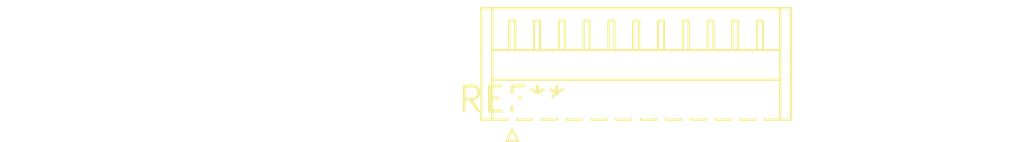
<source format=kicad_pcb>
(kicad_pcb (version 20240108) (generator pcbnew)
  (layers (0 "F.Cu" signal) (31 "B.Cu" signal) (34 "B.Paste" user) (35 "F.Paste" user) (36 "B.SilkS" user "B.Silkscreen") (37 "F.SilkS" user "F.Silkscreen") (38 "B.Mask" user) (39 "F.Mask" user) (44 "Edge.Cuts" user))
  (net 0 "")
  (footprint "Hirose_DF13-11P-1.25DS_1x11_P1.25mm_Horizontal" (layer "F.Cu") (at 0 0)
    (property "Reference" "REF**")
    (property "Value" "Hirose_DF13-11P-1.25DS_1x11_P1.25mm_Horizontal")
    (fp_line (start -1.56 -4.61) (end 14.06 -4.61) (layer "F.SilkS") (stroke (width 0.12)))
    (fp_line (start -1.56 1.01) (end -1.56 -4.61) (layer "F.SilkS") (stroke (width 0.12)))
    (fp_line (start -1.01 -4.61) (end -1.01 1.01) (layer "F.SilkS") (stroke (width 0.12)))
    (fp_line (start -1.01 -2.5) (end 13.51 -2.5) (layer "F.SilkS") (stroke (width 0.12)))
    (fp_line (start -1.01 -1) (end 13.51 -1) (layer "F.SilkS") (stroke (width 0.12)))
    (fp_line (start -0.3 2.1) (end 0.3 2.1) (layer "F.SilkS") (stroke (width 0.12)))
    (fp_line (start -0.25 0.96) (end -0.25 1.01) (layer "F.SilkS") (stroke (width 0.12)))
    (fp_line (start -0.25 1.01) (end -1.56 1.01) (layer "F.SilkS") (stroke (width 0.12)))
    (fp_line (start -0.15 -3.9625) (end 0 -4) (layer "F.SilkS") (stroke (width 0.12)))
    (fp_line (start -0.15 -2.5) (end -0.15 -3.9625) (layer "F.SilkS") (stroke (width 0.12)))
    (fp_line (start 0 -4) (end 0.15 -3.9625) (layer "F.SilkS") (stroke (width 0.12)))
    (fp_line (start 0 1.5) (end -0.3 2.1) (layer "F.SilkS") (stroke (width 0.12)))
    (fp_line (start 0.15 -3.9625) (end 0.15 -2.5) (layer "F.SilkS") (stroke (width 0.12)))
    (fp_line (start 0.25 0.96) (end 0.25 1.01) (layer "F.SilkS") (stroke (width 0.12)))
    (fp_line (start 0.25 1.01) (end 1 1.01) (layer "F.SilkS") (stroke (width 0.12)))
    (fp_line (start 0.3 2.1) (end 0 1.5) (layer "F.SilkS") (stroke (width 0.12)))
    (fp_line (start 1 1.01) (end 1 0.96) (layer "F.SilkS") (stroke (width 0.12)))
    (fp_line (start 1.1 -3.9625) (end 1.25 -4) (layer "F.SilkS") (stroke (width 0.12)))
    (fp_line (start 1.1 -2.5) (end 1.1 -3.9625) (layer "F.SilkS") (stroke (width 0.12)))
    (fp_line (start 1.25 -4) (end 1.4 -3.9625) (layer "F.SilkS") (stroke (width 0.12)))
    (fp_line (start 1.4 -3.9625) (end 1.4 -2.5) (layer "F.SilkS") (stroke (width 0.12)))
    (fp_line (start 1.5 0.96) (end 1.5 1.01) (layer "F.SilkS") (stroke (width 0.12)))
    (fp_line (start 1.5 1.01) (end 2.25 1.01) (layer "F.SilkS") (stroke (width 0.12)))
    (fp_line (start 2.25 1.01) (end 2.25 0.96) (layer "F.SilkS") (stroke (width 0.12)))
    (fp_line (start 2.35 -3.9625) (end 2.5 -4) (layer "F.SilkS") (stroke (width 0.12)))
    (fp_line (start 2.35 -2.5) (end 2.35 -3.9625) (layer "F.SilkS") (stroke (width 0.12)))
    (fp_line (start 2.5 -4) (end 2.65 -3.9625) (layer "F.SilkS") (stroke (width 0.12)))
    (fp_line (start 2.65 -3.9625) (end 2.65 -2.5) (layer "F.SilkS") (stroke (width 0.12)))
    (fp_line (start 2.75 0.96) (end 2.75 1.01) (layer "F.SilkS") (stroke (width 0.12)))
    (fp_line (start 2.75 1.01) (end 3.5 1.01) (layer "F.SilkS") (stroke (width 0.12)))
    (fp_line (start 3.5 1.01) (end 3.5 0.96) (layer "F.SilkS") (stroke (width 0.12)))
    (fp_line (start 3.6 -3.9625) (end 3.75 -4) (layer "F.SilkS") (stroke (width 0.12)))
    (fp_line (start 3.6 -2.5) (end 3.6 -3.9625) (layer "F.SilkS") (stroke (width 0.12)))
    (fp_line (start 3.75 -4) (end 3.9 -3.9625) (layer "F.SilkS") (stroke (width 0.12)))
    (fp_line (start 3.9 -3.9625) (end 3.9 -2.5) (layer "F.SilkS") (stroke (width 0.12)))
    (fp_line (start 4 0.96) (end 4 1.01) (layer "F.SilkS") (stroke (width 0.12)))
    (fp_line (start 4 1.01) (end 4.75 1.01) (layer "F.SilkS") (stroke (width 0.12)))
    (fp_line (start 4.75 1.01) (end 4.75 0.96) (layer "F.SilkS") (stroke (width 0.12)))
    (fp_line (start 4.85 -3.9625) (end 5 -4) (layer "F.SilkS") (stroke (width 0.12)))
    (fp_line (start 4.85 -2.5) (end 4.85 -3.9625) (layer "F.SilkS") (stroke (width 0.12)))
    (fp_line (start 5 -4) (end 5.15 -3.9625) (layer "F.SilkS") (stroke (width 0.12)))
    (fp_line (start 5.15 -3.9625) (end 5.15 -2.5) (layer "F.SilkS") (stroke (width 0.12)))
    (fp_line (start 5.25 0.96) (end 5.25 1.01) (layer "F.SilkS") (stroke (width 0.12)))
    (fp_line (start 5.25 1.01) (end 6 1.01) (layer "F.SilkS") (stroke (width 0.12)))
    (fp_line (start 6 1.01) (end 6 0.96) (layer "F.SilkS") (stroke (width 0.12)))
    (fp_line (start 6.1 -3.9625) (end 6.25 -4) (layer "F.SilkS") (stroke (width 0.12)))
    (fp_line (start 6.1 -2.5) (end 6.1 -3.9625) (layer "F.SilkS") (stroke (width 0.12)))
    (fp_line (start 6.25 -4) (end 6.4 -3.9625) (layer "F.SilkS") (stroke (width 0.12)))
    (fp_line (start 6.4 -3.9625) (end 6.4 -2.5) (layer "F.SilkS") (stroke (width 0.12)))
    (fp_line (start 6.5 0.96) (end 6.5 1.01) (layer "F.SilkS") (stroke (width 0.12)))
    (fp_line (start 6.5 1.01) (end 7.25 1.01) (layer "F.SilkS") (stroke (width 0.12)))
    (fp_line (start 7.25 1.01) (end 7.25 0.96) (layer "F.SilkS") (stroke (width 0.12)))
    (fp_line (start 7.35 -3.9625) (end 7.5 -4) (layer "F.SilkS") (stroke (width 0.12)))
    (fp_line (start 7.35 -2.5) (end 7.35 -3.9625) (layer "F.SilkS") (stroke (width 0.12)))
    (fp_line (start 7.5 -4) (end 7.65 -3.9625) (layer "F.SilkS") (stroke (width 0.12)))
    (fp_line (start 7.65 -3.9625) (end 7.65 -2.5) (layer "F.SilkS") (stroke (width 0.12)))
    (fp_line (start 7.75 0.96) (end 7.75 1.01) (layer "F.SilkS") (stroke (width 0.12)))
    (fp_line (start 7.75 1.01) (end 8.5 1.01) (layer "F.SilkS") (stroke (width 0.12)))
    (fp_line (start 8.5 1.01) (end 8.5 0.96) (layer "F.SilkS") (stroke (width 0.12)))
    (fp_line (start 8.6 -3.9625) (end 8.75 -4) (layer "F.SilkS") (stroke (width 0.12)))
    (fp_line (start 8.6 -2.5) (end 8.6 -3.9625) (layer "F.SilkS") (stroke (width 0.12)))
    (fp_line (start 8.75 -4) (end 8.9 -3.9625) (layer "F.SilkS") (stroke (width 0.12)))
    (fp_line (start 8.9 -3.9625) (end 8.9 -2.5) (layer "F.SilkS") (stroke (width 0.12)))
    (fp_line (start 9 0.96) (end 9 1.01) (layer "F.SilkS") (stroke (width 0.12)))
    (fp_line (start 9 1.01) (end 9.75 1.01) (layer "F.SilkS") (stroke (width 0.12)))
    (fp_line (start 9.75 1.01) (end 9.75 0.96) (layer "F.SilkS") (stroke (width 0.12)))
    (fp_line (start 9.85 -3.9625) (end 10 -4) (layer "F.SilkS") (stroke (width 0.12)))
    (fp_line (start 9.85 -2.5) (end 9.85 -3.9625) (layer "F.SilkS") (stroke (width 0.12)))
    (fp_line (start 10 -4) (end 10.15 -3.9625) (layer "F.SilkS") (stroke (width 0.12)))
    (fp_line (start 10.15 -3.9625) (end 10.15 -2.5) (layer "F.SilkS") (stroke (width 0.12)))
    (fp_line (start 10.25 0.96) (end 10.25 1.01) (layer "F.SilkS") (stroke (width 0.12)))
    (fp_line (start 10.25 1.01) (end 11 1.01) (layer "F.SilkS") (stroke (width 0.12)))
    (fp_line (start 11 1.01) (end 11 0.96) (layer "F.SilkS") (stroke (width 0.12)))
    (fp_line (start 11.1 -3.9625) (end 11.25 -4) (layer "F.SilkS") (stroke (width 0.12)))
    (fp_line (start 11.1 -2.5) (end 11.1 -3.9625) (layer "F.SilkS") (stroke (width 0.12)))
    (fp_line (start 11.25 -4) (end 11.4 -3.9625) (layer "F.SilkS") (stroke (width 0.12)))
    (fp_line (start 11.4 -3.9625) (end 11.4 -2.5) (layer "F.SilkS") (stroke (width 0.12)))
    (fp_line (start 11.5 0.96) (end 11.5 1.01) (layer "F.SilkS") (stroke (width 0.12)))
    (fp_line (start 11.5 1.01) (end 12.25 1.01) (layer "F.SilkS") (stroke (width 0.12)))
    (fp_line (start 12.25 1.01) (end 12.25 0.96) (layer "F.SilkS") (stroke (width 0.12)))
    (fp_line (start 12.35 -3.9625) (end 12.5 -4) (layer "F.SilkS") (stroke (width 0.12)))
    (fp_line (start 12.35 -2.5) (end 12.35 -3.9625) (layer "F.SilkS") (stroke (width 0.12)))
    (fp_line (start 12.5 -4) (end 12.65 -3.9625) (layer "F.SilkS") (stroke (width 0.12)))
    (fp_line (start 12.65 -3.9625) (end 12.65 -2.5) (layer "F.SilkS") (stroke (width 0.12)))
    (fp_line (start 12.75 1.01) (end 12.75 0.96) (layer "F.SilkS") (stroke (width 0.12)))
    (fp_line (start 13.51 -4.61) (end 13.51 1.01) (layer "F.SilkS") (stroke (width 0.12)))
    (fp_line (start 14.06 -4.61) (end 14.06 1.01) (layer "F.SilkS") (stroke (width 0.12)))
    (fp_line (start 14.06 1.01) (end 12.75 1.01) (layer "F.SilkS") (stroke (width 0.12)))
    (pad "1" thru_hole roundrect (at 0 0) (size 0.9 1.4) (drill 0.6) (layers *.Cu *.Mask) (remove_unused_layers))
    (pad "2" thru_hole oval (at 1.25 0) (size 0.9 1.4) (drill 0.6) (layers *.Cu *.Mask) (remove_unused_layers))
    (pad "3" thru_hole oval (at 2.5 0) (size 0.9 1.4) (drill 0.6) (layers *.Cu *.Mask) (remove_unused_layers))
    (pad "4" thru_hole oval (at 3.75 0) (size 0.9 1.4) (drill 0.6) (layers *.Cu *.Mask) (remove_unused_layers))
    (pad "5" thru_hole oval (at 5 0) (size 0.9 1.4) (drill 0.6) (layers *.Cu *.Mask) (remove_unused_layers))
    (pad "6" thru_hole oval (at 6.25 0) (size 0.9 1.4) (drill 0.6) (layers *.Cu *.Mask) (remove_unused_layers))
    (pad "7" thru_hole oval (at 7.5 0) (size 0.9 1.4) (drill 0.6) (layers *.Cu *.Mask) (remove_unused_layers))
    (pad "8" thru_hole oval (at 8.75 0) (size 0.9 1.4) (drill 0.6) (layers *.Cu *.Mask) (remove_unused_layers))
    (pad "9" thru_hole oval (at 10 0) (size 0.9 1.4) (drill 0.6) (layers *.Cu *.Mask) (remove_unused_layers))
    (pad "10" thru_hole oval (at 11.25 0) (size 0.9 1.4) (drill 0.6) (layers *.Cu *.Mask) (remove_unused_layers))
    (pad "11" thru_hole oval (at 12.5 0) (size 0.9 1.4) (drill 0.6) (layers *.Cu *.Mask) (remove_unused_layers))
  )
)
</source>
